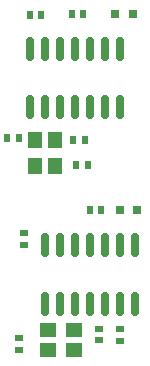
<source format=gtp>
G04*
G04 #@! TF.GenerationSoftware,Altium Limited,Altium Designer,22.9.1 (49)*
G04*
G04 Layer_Color=8421504*
%FSLAX44Y44*%
%MOMM*%
G71*
G04*
G04 #@! TF.SameCoordinates,E5F82799-094A-4641-A06E-9C292172CD6F*
G04*
G04*
G04 #@! TF.FilePolarity,Positive*
G04*
G01*
G75*
%ADD16R,0.7000X0.6000*%
%ADD17R,0.6000X0.7000*%
G04:AMPARAMS|DCode=18|XSize=1.97mm|YSize=0.6mm|CornerRadius=0.15mm|HoleSize=0mm|Usage=FLASHONLY|Rotation=90.000|XOffset=0mm|YOffset=0mm|HoleType=Round|Shape=RoundedRectangle|*
%AMROUNDEDRECTD18*
21,1,1.9700,0.3000,0,0,90.0*
21,1,1.6700,0.6000,0,0,90.0*
1,1,0.3000,0.1500,0.8350*
1,1,0.3000,0.1500,-0.8350*
1,1,0.3000,-0.1500,-0.8350*
1,1,0.3000,-0.1500,0.8350*
%
%ADD18ROUNDEDRECTD18*%
%ADD19R,1.1999X1.3998*%
%ADD20R,0.8000X0.8000*%
%ADD21R,1.3998X1.1999*%
D16*
X57150Y111680D02*
D03*
Y101680D02*
D03*
X138430Y20320D02*
D03*
Y30320D02*
D03*
X120650Y20480D02*
D03*
Y30480D02*
D03*
X53340Y12780D02*
D03*
Y22780D02*
D03*
D17*
X72310Y295910D02*
D03*
X62310D02*
D03*
X113110Y130810D02*
D03*
X123110D02*
D03*
X111680Y168910D02*
D03*
X101680D02*
D03*
X43260Y191770D02*
D03*
X53260D02*
D03*
X97790Y297180D02*
D03*
X107790D02*
D03*
X109220Y190500D02*
D03*
X99220D02*
D03*
D18*
X74930Y51450D02*
D03*
X87630D02*
D03*
X100330D02*
D03*
X113030D02*
D03*
X125730D02*
D03*
X138430D02*
D03*
X151130D02*
D03*
Y100950D02*
D03*
X138430D02*
D03*
X125730D02*
D03*
X113030D02*
D03*
X100330D02*
D03*
X87630D02*
D03*
X74930D02*
D03*
X62230Y217820D02*
D03*
X74930D02*
D03*
X87630D02*
D03*
X100330D02*
D03*
X113030D02*
D03*
X125730D02*
D03*
X138430D02*
D03*
Y267320D02*
D03*
X125730D02*
D03*
X113030D02*
D03*
X100330D02*
D03*
X87630D02*
D03*
X74930D02*
D03*
X62230D02*
D03*
D19*
X84201Y168068D02*
D03*
Y190069D02*
D03*
X67201Y168069D02*
D03*
Y190069D02*
D03*
D20*
X149740Y297180D02*
D03*
X134740D02*
D03*
X138430Y130810D02*
D03*
X153430D02*
D03*
D21*
X77470Y12210D02*
D03*
X99470D02*
D03*
X77470Y29210D02*
D03*
X99472D02*
D03*
M02*

</source>
